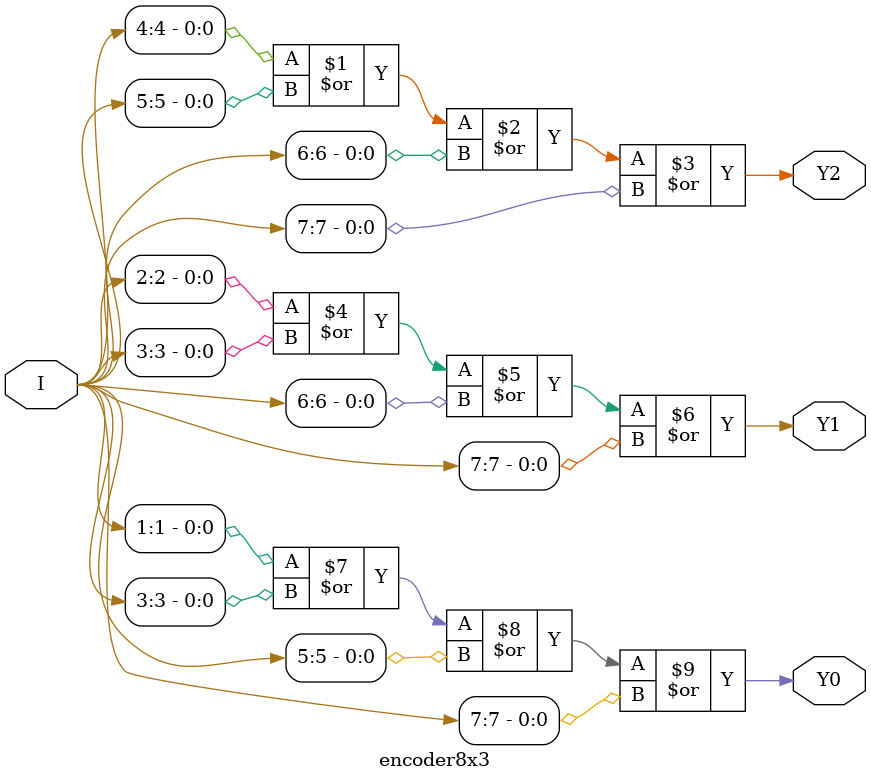
<source format=v>
module encoder8x3 (
  input [7:0] I,
  output Y2, Y1, Y0 ) ;
  or (Y2, I[4], I[5], I[6], I[7]);
  or (Y1, I[2], I[3], I[6], I[7]);
  or (Y0, I[1], I[3], I[5], I[7]);
endmodule

</source>
